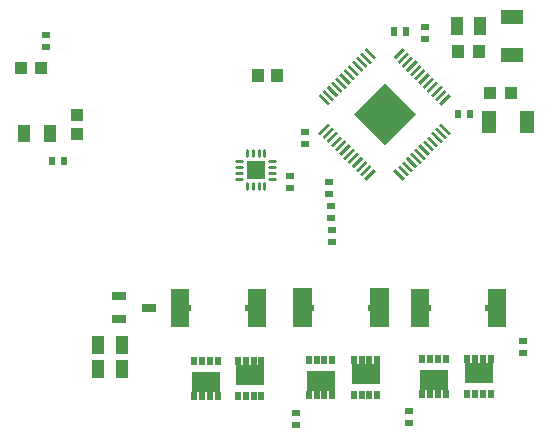
<source format=gtp>
G04 Layer: TopPasteMaskLayer*
G04 EasyEDA v6.4.3, 2020-08-11T17:33:51--5:00*
G04 c8abcd5c7f324be6b54abc10bf488c2c,7c1e8d740ba24e6f83eb2d53d3341807,10*
G04 Gerber Generator version 0.2*
G04 Scale: 100 percent, Rotated: No, Reflected: No *
G04 Dimensions in millimeters *
G04 leading zeros omitted , absolute positions ,3 integer and 3 decimal *
%FSLAX33Y33*%
%MOMM*%
G90*
G71D02*

%ADD22C,0.280010*%
%ADD28R,0.999998X1.550010*%
%ADD29R,1.599997X3.299993*%
%ADD30R,0.499999X0.499999*%
%ADD31R,0.799998X0.499999*%
%ADD33R,0.499999X0.799998*%
%ADD34R,1.092200X0.990600*%
%ADD35R,1.199998X1.899996*%
%ADD36R,1.899996X1.199998*%
%ADD37R,0.499999X0.700024*%
%ADD38R,2.480005X1.799996*%
%ADD39R,1.250010X0.699999*%
%ADD40R,1.599997X1.599997*%
%ADD41R,1.099998X0.999998*%
%ADD42R,0.999998X1.099998*%

%LPD*%
G54D22*
G01X26844Y26283D02*
G01X26324Y26283D01*
G01X26844Y25782D02*
G01X26324Y25782D01*
G01X26844Y25285D02*
G01X26324Y25285D01*
G01X26844Y24784D02*
G01X26324Y24784D01*
G01X25934Y24394D02*
G01X25934Y23874D01*
G01X25433Y24394D02*
G01X25433Y23874D01*
G01X24936Y24394D02*
G01X24936Y23874D01*
G01X24435Y24394D02*
G01X24435Y23874D01*
G01X24045Y24784D02*
G01X23525Y24784D01*
G01X24045Y25285D02*
G01X23525Y25285D01*
G01X24045Y25782D02*
G01X23525Y25782D01*
G01X24045Y26283D02*
G01X23525Y26283D01*
G01X24435Y27193D02*
G01X24435Y26673D01*
G01X24936Y27193D02*
G01X24936Y26673D01*
G01X25433Y27193D02*
G01X25433Y26673D01*
G01X25934Y27193D02*
G01X25934Y26673D01*
G54D28*
G01X13865Y10674D03*
G01X11865Y10674D03*
G01X13865Y8642D03*
G01X11865Y8642D03*
G54D29*
G01X39080Y13849D03*
G01X45579Y13849D03*
G54D30*
G01X44869Y13849D03*
G01X39789Y13849D03*
G54D29*
G01X18760Y13849D03*
G01X25259Y13849D03*
G54D30*
G01X24549Y13849D03*
G01X19469Y13849D03*
G36*
G01X34873Y15500D02*
G01X36473Y15500D01*
G01X36473Y12200D01*
G01X34873Y12200D01*
G01X34873Y15500D01*
G37*
G36*
G01X28373Y15500D02*
G01X29973Y15500D01*
G01X29973Y12200D01*
G01X28373Y12200D01*
G01X28373Y15500D01*
G37*
G36*
G01X29633Y14100D02*
G01X30134Y14100D01*
G01X30134Y13599D01*
G01X29633Y13599D01*
G01X29633Y14100D01*
G37*
G36*
G01X34713Y14100D02*
G01X35214Y14100D01*
G01X35214Y13599D01*
G01X34713Y13599D01*
G01X34713Y14100D01*
G37*
G54D31*
G01X7404Y35956D03*
G01X7404Y36956D03*
G36*
G01X5043Y29282D02*
G01X6043Y29282D01*
G01X6043Y27882D01*
G01X5043Y27882D01*
G01X5043Y29282D01*
G37*
G36*
G01X7243Y29282D02*
G01X8243Y29282D01*
G01X8243Y27882D01*
G01X7243Y27882D01*
G01X7243Y29282D01*
G37*
G54D33*
G01X7920Y26295D03*
G01X8920Y26295D03*
G54D34*
G01X5284Y34169D03*
G01X6985Y34169D03*
G54D31*
G01X38138Y4079D03*
G01X38138Y5079D03*
G01X47790Y10048D03*
G01X47790Y11048D03*
G01X28613Y3952D03*
G01X28613Y4952D03*
G54D35*
G01X48120Y29597D03*
G01X44920Y29597D03*
G54D36*
G01X46901Y35237D03*
G01X46901Y38437D03*
G54D37*
G01X31668Y9438D03*
G01X31008Y9438D03*
G01X30348Y9438D03*
G01X29688Y9438D03*
G01X29688Y6468D03*
G01X30348Y6468D03*
G01X31008Y6468D03*
G01X31668Y6468D03*
G54D38*
G01X30678Y7668D03*
G54D37*
G01X21984Y9366D03*
G01X21323Y9366D03*
G01X20664Y9366D03*
G01X20004Y9366D03*
G01X20003Y6396D03*
G01X20664Y6396D03*
G01X21323Y6396D03*
G01X21984Y6396D03*
G54D38*
G01X20993Y7595D03*
G54D28*
G01X42218Y37725D03*
G01X44218Y37725D03*
G54D39*
G01X13648Y14799D03*
G01X13648Y12899D03*
G01X16147Y13849D03*
G54D37*
G01X23686Y6396D03*
G01X24347Y6396D03*
G01X25006Y6396D03*
G01X25666Y6396D03*
G01X25667Y9366D03*
G01X25006Y9366D03*
G01X24347Y9366D03*
G01X23686Y9366D03*
G54D38*
G01X24676Y8165D03*
G54D37*
G01X33498Y6468D03*
G01X34158Y6468D03*
G01X34818Y6468D03*
G01X35478Y6468D03*
G01X35478Y9438D03*
G01X34818Y9438D03*
G01X34158Y9438D03*
G01X33498Y9438D03*
G54D38*
G01X34488Y8238D03*
G54D37*
G01X43117Y6523D03*
G01X43778Y6523D03*
G01X44437Y6523D03*
G01X45097Y6523D03*
G01X45098Y9493D03*
G01X44437Y9493D03*
G01X43778Y9493D03*
G01X43117Y9493D03*
G54D38*
G01X44107Y8292D03*
G54D37*
G01X41288Y9493D03*
G01X40627Y9493D03*
G01X39968Y9493D03*
G01X39308Y9493D03*
G01X39307Y6523D03*
G01X39968Y6523D03*
G01X40627Y6523D03*
G01X41288Y6523D03*
G54D38*
G01X40297Y7722D03*
G54D40*
G01X25184Y25533D03*
G54D31*
G01X31407Y23510D03*
G01X31407Y24510D03*
G01X31534Y21478D03*
G01X31534Y22478D03*
G01X31661Y20445D03*
G01X31661Y19445D03*
G54D41*
G01X10071Y30144D03*
G01X10071Y28544D03*
G36*
G01X26501Y34085D02*
G01X27501Y34085D01*
G01X27501Y32984D01*
G01X26501Y32984D01*
G01X26501Y34085D01*
G37*
G36*
G01X24901Y34085D02*
G01X25901Y34085D01*
G01X25901Y32984D01*
G01X24901Y32984D01*
G01X24901Y34085D01*
G37*
G54D31*
G01X39535Y36591D03*
G01X39535Y37591D03*
G36*
G01X36627Y37617D02*
G01X37127Y37617D01*
G01X37127Y36817D01*
G01X36627Y36817D01*
G01X36627Y37617D01*
G37*
G36*
G01X37627Y37617D02*
G01X38127Y37617D01*
G01X38127Y36817D01*
G01X37627Y36817D01*
G01X37627Y37617D01*
G37*
G54D33*
G01X43337Y30232D03*
G01X42337Y30232D03*
G54D31*
G01X29375Y27701D03*
G01X29375Y28701D03*
G01X28105Y24018D03*
G01X28105Y25018D03*
G54D42*
G01X46785Y32010D03*
G01X44985Y32010D03*
G36*
G01X41819Y36117D02*
G01X42819Y36117D01*
G01X42819Y35016D01*
G01X41819Y35016D01*
G01X41819Y36117D01*
G37*
G36*
G01X43619Y36117D02*
G01X44619Y36117D01*
G01X44619Y35016D01*
G01X43619Y35016D01*
G01X43619Y36117D01*
G37*
G36*
G01X35363Y35045D02*
G01X35184Y34865D01*
G01X34375Y35673D01*
G01X34555Y35853D01*
G01X35363Y35045D01*
G37*
G36*
G01X35010Y34691D02*
G01X34830Y34512D01*
G01X34022Y35320D01*
G01X34201Y35499D01*
G01X35010Y34691D01*
G37*
G36*
G01X34656Y34338D02*
G01X34476Y34158D01*
G01X33668Y34966D01*
G01X33848Y35146D01*
G01X34656Y34338D01*
G37*
G36*
G01X34302Y33984D02*
G01X34123Y33804D01*
G01X33315Y34613D01*
G01X33494Y34792D01*
G01X34302Y33984D01*
G37*
G36*
G01X33949Y33631D02*
G01X33769Y33451D01*
G01X32961Y34259D01*
G01X33141Y34439D01*
G01X33949Y33631D01*
G37*
G36*
G01X33595Y33277D02*
G01X33416Y33097D01*
G01X32608Y33906D01*
G01X32787Y34085D01*
G01X33595Y33277D01*
G37*
G36*
G01X33242Y32923D02*
G01X33062Y32744D01*
G01X32254Y33552D01*
G01X32434Y33732D01*
G01X33242Y32923D01*
G37*
G36*
G01X32888Y32570D02*
G01X32709Y32390D01*
G01X31900Y33198D01*
G01X32080Y33378D01*
G01X32888Y32570D01*
G37*
G36*
G01X32535Y32216D02*
G01X32355Y32037D01*
G01X31547Y32845D01*
G01X31726Y33025D01*
G01X32535Y32216D01*
G37*
G36*
G01X32181Y31863D02*
G01X32002Y31683D01*
G01X31193Y32491D01*
G01X31373Y32671D01*
G01X32181Y31863D01*
G37*
G36*
G01X31828Y31509D02*
G01X31648Y31330D01*
G01X30840Y32138D01*
G01X31019Y32317D01*
G01X31828Y31509D01*
G37*
G36*
G01X31474Y31156D02*
G01X31294Y30976D01*
G01X30486Y31784D01*
G01X30666Y31964D01*
G01X31474Y31156D01*
G37*
G36*
G01X31474Y29309D02*
G01X30666Y28501D01*
G01X30486Y28681D01*
G01X31294Y29489D01*
G01X31474Y29309D01*
G37*
G36*
G01X31828Y28956D02*
G01X31019Y28148D01*
G01X30840Y28327D01*
G01X31648Y29135D01*
G01X31828Y28956D01*
G37*
G36*
G01X32181Y28602D02*
G01X31373Y27794D01*
G01X31193Y27974D01*
G01X32002Y28782D01*
G01X32181Y28602D01*
G37*
G36*
G01X32535Y28249D02*
G01X31726Y27440D01*
G01X31547Y27620D01*
G01X32355Y28428D01*
G01X32535Y28249D01*
G37*
G36*
G01X32888Y27895D02*
G01X32080Y27087D01*
G01X31900Y27267D01*
G01X32709Y28075D01*
G01X32888Y27895D01*
G37*
G36*
G01X33242Y27542D02*
G01X32434Y26733D01*
G01X32254Y26913D01*
G01X33062Y27721D01*
G01X33242Y27542D01*
G37*
G36*
G01X33595Y27188D02*
G01X32787Y26380D01*
G01X32608Y26559D01*
G01X33416Y27368D01*
G01X33595Y27188D01*
G37*
G36*
G01X33949Y26834D02*
G01X33141Y26026D01*
G01X32961Y26206D01*
G01X33769Y27014D01*
G01X33949Y26834D01*
G37*
G36*
G01X34302Y26481D02*
G01X33494Y25673D01*
G01X33315Y25852D01*
G01X34123Y26661D01*
G01X34302Y26481D01*
G37*
G36*
G01X34656Y26127D02*
G01X33848Y25319D01*
G01X33668Y25499D01*
G01X34476Y26307D01*
G01X34656Y26127D01*
G37*
G36*
G01X35010Y25774D02*
G01X34201Y24966D01*
G01X34022Y25145D01*
G01X34830Y25953D01*
G01X35010Y25774D01*
G37*
G36*
G01X35363Y25420D02*
G01X34555Y24612D01*
G01X34375Y24792D01*
G01X35184Y25600D01*
G01X35363Y25420D01*
G37*
G36*
G01X37838Y24792D02*
G01X37658Y24612D01*
G01X36850Y25420D01*
G01X37030Y25600D01*
G01X37838Y24792D01*
G37*
G36*
G01X38192Y25145D02*
G01X38012Y24966D01*
G01X37204Y25774D01*
G01X37383Y25953D01*
G01X38192Y25145D01*
G37*
G36*
G01X38545Y25499D02*
G01X38365Y25319D01*
G01X37557Y26127D01*
G01X37737Y26307D01*
G01X38545Y25499D01*
G37*
G36*
G01X38899Y25852D02*
G01X38719Y25673D01*
G01X37911Y26481D01*
G01X38090Y26661D01*
G01X38899Y25852D01*
G37*
G36*
G01X39252Y26206D02*
G01X39073Y26026D01*
G01X38264Y26835D01*
G01X38444Y27014D01*
G01X39252Y26206D01*
G37*
G36*
G01X39606Y26559D02*
G01X39426Y26380D01*
G01X38618Y27188D01*
G01X38798Y27368D01*
G01X39606Y26559D01*
G37*
G36*
G01X39959Y26913D02*
G01X39780Y26733D01*
G01X38972Y27542D01*
G01X39151Y27721D01*
G01X39959Y26913D01*
G37*
G36*
G01X40313Y27267D02*
G01X40133Y27087D01*
G01X39325Y27895D01*
G01X39505Y28075D01*
G01X40313Y27267D01*
G37*
G36*
G01X40666Y27620D02*
G01X40487Y27441D01*
G01X39679Y28249D01*
G01X39858Y28428D01*
G01X40666Y27620D01*
G37*
G36*
G01X41020Y27974D02*
G01X40840Y27794D01*
G01X40032Y28602D01*
G01X40212Y28782D01*
G01X41020Y27974D01*
G37*
G36*
G01X41374Y28327D02*
G01X41194Y28148D01*
G01X40386Y28956D01*
G01X40565Y29135D01*
G01X41374Y28327D01*
G37*
G36*
G01X41727Y28681D02*
G01X41547Y28501D01*
G01X40739Y29309D01*
G01X40919Y29489D01*
G01X41727Y28681D01*
G37*
G36*
G01X41743Y31768D02*
G01X40935Y30960D01*
G01X40723Y31172D01*
G01X41531Y31980D01*
G01X41743Y31768D01*
G37*
G36*
G01X41374Y32138D02*
G01X40565Y31330D01*
G01X40386Y31509D01*
G01X41194Y32317D01*
G01X41374Y32138D01*
G37*
G36*
G01X41020Y32491D02*
G01X40212Y31683D01*
G01X40032Y31863D01*
G01X40840Y32671D01*
G01X41020Y32491D01*
G37*
G36*
G01X40666Y32845D02*
G01X39858Y32037D01*
G01X39679Y32216D01*
G01X40487Y33024D01*
G01X40666Y32845D01*
G37*
G36*
G01X40313Y33198D02*
G01X39505Y32390D01*
G01X39325Y32570D01*
G01X40133Y33378D01*
G01X40313Y33198D01*
G37*
G36*
G01X39959Y33552D02*
G01X39151Y32744D01*
G01X38972Y32923D01*
G01X39780Y33732D01*
G01X39959Y33552D01*
G37*
G36*
G01X39606Y33906D02*
G01X38798Y33097D01*
G01X38618Y33277D01*
G01X39426Y34085D01*
G01X39606Y33906D01*
G37*
G36*
G01X39252Y34259D02*
G01X38444Y33451D01*
G01X38264Y33630D01*
G01X39073Y34439D01*
G01X39252Y34259D01*
G37*
G36*
G01X38899Y34613D02*
G01X38090Y33804D01*
G01X37911Y33984D01*
G01X38719Y34792D01*
G01X38899Y34613D01*
G37*
G36*
G01X38545Y34966D02*
G01X37737Y34158D01*
G01X37557Y34338D01*
G01X38365Y35146D01*
G01X38545Y34966D01*
G37*
G36*
G01X38192Y35320D02*
G01X37383Y34512D01*
G01X37204Y34691D01*
G01X38012Y35499D01*
G01X38192Y35320D01*
G37*
G36*
G01X37838Y35673D02*
G01X37030Y34865D01*
G01X36850Y35045D01*
G01X37658Y35853D01*
G01X37838Y35673D01*
G37*
G36*
G01X38723Y30233D02*
G01X36107Y27616D01*
G01X33490Y30233D01*
G01X36107Y32849D01*
G01X38723Y30233D01*
G37*
M00*
M02*

</source>
